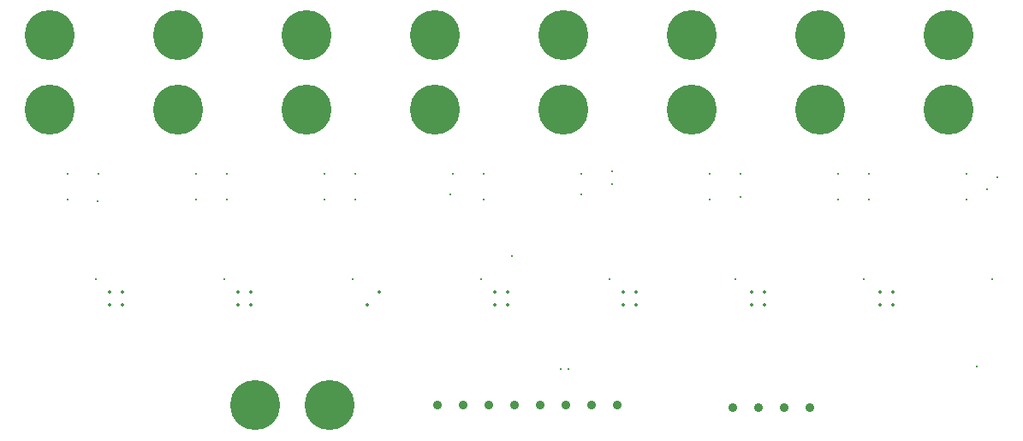
<source format=gbr>
%TF.GenerationSoftware,Altium Limited,Altium Designer,23.10.1 (27)*%
G04 Layer_Color=0*
%FSLAX45Y45*%
%MOMM*%
%TF.SameCoordinates,A038C99E-A49E-49FA-BA90-4B12FE75E0D5*%
%TF.FilePolarity,Positive*%
%TF.FileFunction,Plated,1,2,PTH,Drill*%
%TF.Part,Single*%
G01*
G75*
%TA.AperFunction,ComponentDrill*%
%ADD39C,4.95000*%
%ADD40C,4.95000*%
%ADD41C,0.90000*%
%TA.AperFunction,ViaDrill,NotFilled*%
%ADD42C,0.30000*%
%ADD43C,0.35000*%
D39*
X7091680Y8534400D02*
D03*
X7823200D02*
D03*
D40*
X8864600Y11460480D02*
D03*
Y12192000D02*
D03*
X7594600Y11460480D02*
D03*
Y12192000D02*
D03*
X6324600Y11460480D02*
D03*
Y12192000D02*
D03*
X5054600Y11460480D02*
D03*
Y12192000D02*
D03*
X13944600Y11460480D02*
D03*
Y12192000D02*
D03*
X12674600Y11460480D02*
D03*
Y12192000D02*
D03*
X11404600Y11460480D02*
D03*
Y12192000D02*
D03*
X10134600Y11460480D02*
D03*
Y12192000D02*
D03*
D41*
X8890000Y8534400D02*
D03*
X9144000D02*
D03*
X9398000D02*
D03*
X9652000D02*
D03*
X9906000D02*
D03*
X10160000D02*
D03*
X10414000D02*
D03*
X10668000D02*
D03*
X12573000Y8509000D02*
D03*
X12319000D02*
D03*
X12065000D02*
D03*
X11811000D02*
D03*
D42*
X9626600Y10007600D02*
D03*
X10185400Y8890000D02*
D03*
X9321800Y9779000D02*
D03*
X10109200Y8890000D02*
D03*
X14224001Y8915400D02*
D03*
X5232400Y10566400D02*
D03*
Y10820400D02*
D03*
X6502400Y10566400D02*
D03*
Y10820400D02*
D03*
X7772400Y10566400D02*
D03*
Y10820400D02*
D03*
X9017000Y10617200D02*
D03*
X9042400Y10820400D02*
D03*
X10312400D02*
D03*
Y10617200D02*
D03*
X11582400Y10566400D02*
D03*
Y10820400D02*
D03*
X12852400Y10566400D02*
D03*
Y10820400D02*
D03*
X14122400Y10566400D02*
D03*
Y10820400D02*
D03*
X5511800Y9779000D02*
D03*
X6781800D02*
D03*
X8051800D02*
D03*
X10591800D02*
D03*
X11836400D02*
D03*
X13106400D02*
D03*
X14376401D02*
D03*
X9347200Y10820400D02*
D03*
X9350328Y10566400D02*
D03*
X8077200D02*
D03*
X5527959Y10557159D02*
D03*
X10617200Y10722650D02*
D03*
Y10845800D02*
D03*
X11887200Y10591800D02*
D03*
Y10820400D02*
D03*
X13157201Y10566400D02*
D03*
Y10820400D02*
D03*
X14325600Y10668000D02*
D03*
X14427200Y10794631D02*
D03*
X8077200Y10820400D02*
D03*
X6807200D02*
D03*
Y10566400D02*
D03*
X5537200Y10820400D02*
D03*
D43*
X8196158Y9529658D02*
D03*
X5778500Y9525000D02*
D03*
X5651500D02*
D03*
Y9652000D02*
D03*
X5778500D02*
D03*
X7048500Y9525000D02*
D03*
X6921500D02*
D03*
Y9652000D02*
D03*
X7048500D02*
D03*
X8318500D02*
D03*
X9588500D02*
D03*
X9461500D02*
D03*
Y9525000D02*
D03*
X9588500D02*
D03*
X10858500Y9652000D02*
D03*
X10731500D02*
D03*
Y9525000D02*
D03*
X10858500D02*
D03*
X12128500Y9652000D02*
D03*
X12001500D02*
D03*
Y9525000D02*
D03*
X12128500D02*
D03*
X13271500Y9652000D02*
D03*
X13398500D02*
D03*
X13271500Y9525000D02*
D03*
X13398500D02*
D03*
%TF.MD5,18861b5f6cf001aa348e4d49cc19b2e3*%
M02*

</source>
